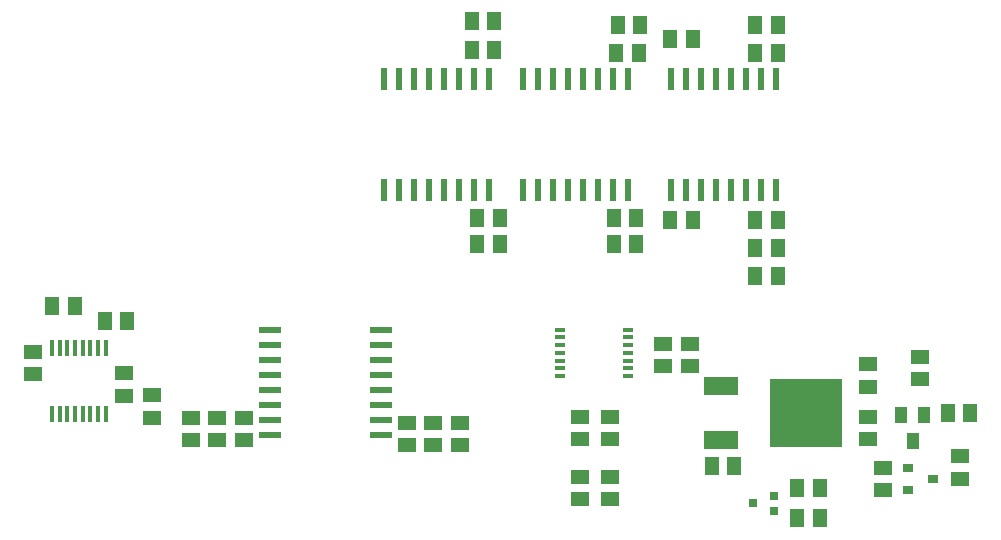
<source format=gtp>
G75*
%MOIN*%
%OFA0B0*%
%FSLAX25Y25*%
%IPPOS*%
%LPD*%
%AMOC8*
5,1,8,0,0,1.08239X$1,22.5*
%
%ADD10R,0.05118X0.05906*%
%ADD11R,0.01400X0.05800*%
%ADD12R,0.05906X0.05118*%
%ADD13R,0.03543X0.03150*%
%ADD14R,0.03937X0.05512*%
%ADD15R,0.03543X0.01378*%
%ADD16R,0.02756X0.02756*%
%ADD17R,0.24409X0.22835*%
%ADD18R,0.11811X0.06299*%
%ADD19R,0.07800X0.02100*%
%ADD20R,0.02200X0.07800*%
%ADD21R,0.02100X0.07800*%
D10*
X0219859Y0124134D03*
X0227339Y0124134D03*
X0209839Y0129134D03*
X0202359Y0129134D03*
X0343894Y0149685D03*
X0351375Y0149685D03*
X0351375Y0158543D03*
X0343894Y0158543D03*
X0389367Y0158543D03*
X0396847Y0158543D03*
X0408264Y0157953D03*
X0415745Y0157953D03*
X0396847Y0149685D03*
X0389367Y0149685D03*
X0436611Y0148504D03*
X0444091Y0148504D03*
X0444091Y0157953D03*
X0436611Y0157953D03*
X0436611Y0139055D03*
X0444091Y0139055D03*
X0500745Y0093425D03*
X0508225Y0093425D03*
X0458087Y0068425D03*
X0450607Y0068425D03*
X0450607Y0058425D03*
X0458087Y0058425D03*
X0429662Y0075709D03*
X0422182Y0075709D03*
X0436611Y0213465D03*
X0444091Y0213465D03*
X0444091Y0222913D03*
X0436611Y0222913D03*
X0415745Y0218189D03*
X0408264Y0218189D03*
X0398304Y0222913D03*
X0390823Y0222913D03*
X0390233Y0213465D03*
X0397713Y0213465D03*
X0349603Y0214646D03*
X0342123Y0214646D03*
X0342123Y0224094D03*
X0349603Y0224094D03*
D11*
X0202099Y0093034D03*
X0204699Y0093034D03*
X0207299Y0093034D03*
X0209799Y0093034D03*
X0212399Y0093034D03*
X0214899Y0093034D03*
X0217499Y0093034D03*
X0220099Y0093034D03*
X0220099Y0115234D03*
X0217499Y0115234D03*
X0214899Y0115234D03*
X0212399Y0115234D03*
X0209799Y0115234D03*
X0207299Y0115234D03*
X0204699Y0115234D03*
X0202099Y0115234D03*
D12*
X0195764Y0113878D03*
X0195764Y0106398D03*
X0226099Y0106693D03*
X0226099Y0099213D03*
X0235548Y0099370D03*
X0235548Y0091890D03*
X0248422Y0092008D03*
X0257280Y0092008D03*
X0257280Y0084528D03*
X0248422Y0084528D03*
X0266138Y0084528D03*
X0266138Y0092008D03*
X0320469Y0090236D03*
X0329327Y0090236D03*
X0338186Y0090236D03*
X0338186Y0082756D03*
X0329327Y0082756D03*
X0320469Y0082756D03*
X0378245Y0084685D03*
X0378245Y0092165D03*
X0388245Y0092165D03*
X0388245Y0084685D03*
X0388245Y0072165D03*
X0378245Y0072165D03*
X0378245Y0064685D03*
X0388245Y0064685D03*
X0474072Y0084685D03*
X0474072Y0092165D03*
X0474072Y0102323D03*
X0474072Y0109803D03*
X0491572Y0112165D03*
X0491572Y0104685D03*
X0504977Y0079055D03*
X0504977Y0071575D03*
X0479072Y0075315D03*
X0479072Y0067835D03*
X0414800Y0109035D03*
X0405981Y0109035D03*
X0405981Y0116516D03*
X0414800Y0116516D03*
D13*
X0487635Y0075315D03*
X0495902Y0071575D03*
X0487635Y0067835D03*
D14*
X0489072Y0084094D03*
X0492812Y0092756D03*
X0485331Y0092756D03*
D15*
X0394209Y0105886D03*
X0394209Y0108445D03*
X0394209Y0111004D03*
X0394209Y0113563D03*
X0394209Y0116122D03*
X0394209Y0118681D03*
X0394209Y0121240D03*
X0371572Y0121240D03*
X0371572Y0118681D03*
X0371572Y0116122D03*
X0371572Y0113563D03*
X0371572Y0111004D03*
X0371572Y0108445D03*
X0371572Y0105886D03*
D16*
X0442989Y0065984D03*
X0435705Y0063425D03*
X0442989Y0060866D03*
D17*
X0453442Y0093425D03*
D18*
X0425174Y0084449D03*
X0425174Y0102402D03*
D19*
X0311804Y0101122D03*
X0311804Y0106122D03*
X0311804Y0111122D03*
X0311804Y0116122D03*
X0311804Y0121122D03*
X0274804Y0121122D03*
X0274804Y0116122D03*
X0274804Y0111122D03*
X0274804Y0106122D03*
X0274804Y0101122D03*
X0274804Y0096122D03*
X0274804Y0091122D03*
X0274804Y0086122D03*
X0311804Y0086122D03*
X0311804Y0091122D03*
X0311804Y0096122D03*
D20*
X0313009Y0167799D03*
X0318009Y0167799D03*
X0323009Y0167799D03*
X0328009Y0167799D03*
X0333009Y0167799D03*
X0338009Y0167799D03*
X0343009Y0167799D03*
X0348009Y0167799D03*
X0359072Y0167799D03*
X0364072Y0167799D03*
X0369072Y0167799D03*
X0374072Y0167799D03*
X0379072Y0167799D03*
X0384072Y0167799D03*
X0389072Y0167799D03*
X0394072Y0167799D03*
X0394072Y0204799D03*
X0389072Y0204799D03*
X0384072Y0204799D03*
X0379072Y0204799D03*
X0374072Y0204799D03*
X0369072Y0204799D03*
X0364072Y0204799D03*
X0359072Y0204799D03*
X0348009Y0204799D03*
X0343009Y0204799D03*
X0338009Y0204799D03*
X0333009Y0204799D03*
X0328009Y0204799D03*
X0323009Y0204799D03*
X0318009Y0204799D03*
X0313009Y0204799D03*
D21*
X0408678Y0204799D03*
X0413678Y0204799D03*
X0418678Y0204799D03*
X0423678Y0204799D03*
X0428678Y0204799D03*
X0433678Y0204799D03*
X0438678Y0204799D03*
X0443678Y0204799D03*
X0443678Y0167799D03*
X0438678Y0167799D03*
X0433678Y0167799D03*
X0428678Y0167799D03*
X0423678Y0167799D03*
X0418678Y0167799D03*
X0413678Y0167799D03*
X0408678Y0167799D03*
M02*

</source>
